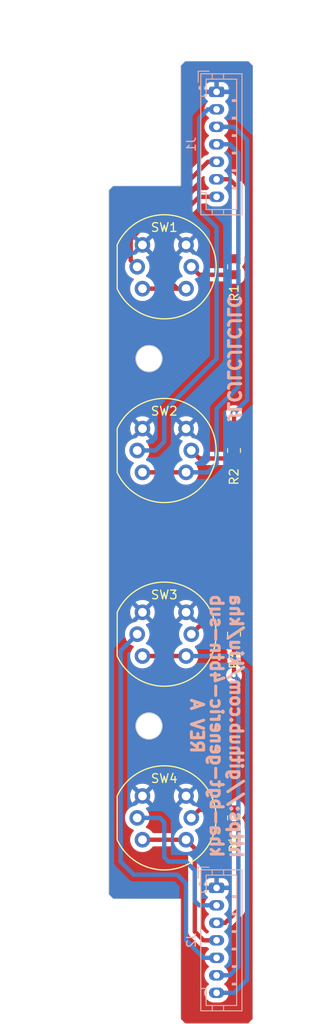
<source format=kicad_pcb>
(kicad_pcb (version 20221018) (generator pcbnew)
  (layers (0 "F.Cu" signal) (31 "B.Cu" signal) (34 "B.Paste" user) (35 "F.Paste" user) (36 "B.SilkS" user "B.Silkscreen") (37 "F.SilkS" user "F.Silkscreen") (38 "B.Mask" user) (39 "F.Mask" user) (44 "Edge.Cuts" user))
  (net 0 "")
  (net 1 "GND")
  (net 2 "Net-(R1-Pad2)")
  (net 3 "Net-(R2-Pad2)")
  (net 4 "Net-(R3-Pad2)")
  (net 5 "Net-(R4-Pad2)")
  (net 6 "Net-(J1-Pin_2)")
  (net 7 "Net-(J1-Pin_3)")
  (net 8 "Net-(J1-Pin_4)")
  (net 9 "Net-(J1-Pin_5)")
  (net 10 "Net-(J1-Pin_6)")
  (net 11 "Net-(J2-Pin_2)")
  (net 12 "Net-(J2-Pin_3)")
  (net 13 "Net-(J2-Pin_4)")
  (net 14 "Net-(J2-Pin_5)")
  (net 15 "Net-(J2-Pin_6)")
  (net 16 "Net-(J1-Pin_7)")
  (net 17 "Net-(J2-Pin_7)")
  (footprint "Resistor_SMD:R_0805_2012Metric" (layer "F.Cu") (at 82.99997 50 -90)
    (fp_text reference "R1" (at 3 0 90) (layer "F.SilkS"))
    (fp_text value "R")
    (fp_line (start -0.227064 -0.735) (end 0.227064 -0.735) (stroke (width 0.12)) (layer "F.SilkS"))
    (fp_line (start -0.227064 0.735) (end 0.227064 0.735) (stroke (width 0.12)) (layer "F.SilkS"))
    (pad "1" smd roundrect (at -0.9125 0 270) (size 1.025 1.4) (layers "F.Cu" "F.Paste" "F.Mask") (roundrect_rratio 0.243902439) (net 10 "Net-(J1-Pin_6)"))
    (pad "2" smd roundrect (at 0.9125 0 270) (size 1.025 1.4) (layers "F.Cu" "F.Paste" "F.Mask") (roundrect_rratio 0.243902439) (net 2 "Net-(R1-Pad2)"))
  )
  (footprint "Resistor_SMD:R_0805_2012Metric" (layer "F.Cu") (at 83 71 -90)
    (fp_text reference "R2" (at 3 0 90) (layer "F.SilkS"))
    (fp_text value "R")
    (fp_line (start -0.227064 -0.735) (end 0.227064 -0.735) (stroke (width 0.12)) (layer "F.SilkS"))
    (fp_line (start -0.227064 0.735) (end 0.227064 0.735) (stroke (width 0.12)) (layer "F.SilkS"))
    (pad "1" smd roundrect (at -0.9125 0 270) (size 1.025 1.4) (layers "F.Cu" "F.Paste" "F.Mask") (roundrect_rratio 0.243902439) (net 7 "Net-(J1-Pin_3)"))
    (pad "2" smd roundrect (at 0.9125 0 270) (size 1.025 1.4) (layers "F.Cu" "F.Paste" "F.Mask") (roundrect_rratio 0.243902439) (net 3 "Net-(R2-Pad2)"))
  )
  (footprint "Resistor_SMD:R_0805_2012Metric" (layer "F.Cu") (at 83 92 90)
    (fp_text reference "R3" (at -3 0 90) (layer "F.SilkS"))
    (fp_text value "R")
    (fp_line (start -0.227064 -0.735) (end 0.227064 -0.735) (stroke (width 0.12)) (layer "F.SilkS"))
    (fp_line (start -0.227064 0.735) (end 0.227064 0.735) (stroke (width 0.12)) (layer "F.SilkS"))
    (pad "1" smd roundrect (at -0.9125 0 90) (size 1.025 1.4) (layers "F.Cu" "F.Paste" "F.Mask") (roundrect_rratio 0.243902439) (net 15 "Net-(J2-Pin_6)"))
    (pad "2" smd roundrect (at 0.9125 0 90) (size 1.025 1.4) (layers "F.Cu" "F.Paste" "F.Mask") (roundrect_rratio 0.243902439) (net 4 "Net-(R3-Pad2)"))
  )
  (footprint "kiu-footprints:KS01-BL" (layer "F.Cu") (at 74.99997 71 180)
    (fp_text reference "SW2" (at 0 4.5 180) (layer "F.SilkS"))
    (fp_text value "KS01-BL")
    (fp_line (start 5.4 2.5) (end 5.4 -2.5) (stroke (width 0.15)) (layer "F.SilkS"))
    (fp_arc (start 5.399999 2.5) (mid -5.950629 0) (end 5.399999 -2.499999) (stroke (width 0.15)) (layer "F.SilkS"))
    (pad "1" thru_hole circle (at -2.5 -2.5 180) (size 1.8 1.8) (drill 1) (layers "*.Cu" "*.Mask") (net 8 "Net-(J1-Pin_4)"))
    (pad "1" thru_hole circle (at 2.5 -2.5 180) (size 1.8 1.8) (drill 1) (layers "*.Cu" "*.Mask") (net 8 "Net-(J1-Pin_4)"))
    (pad "2" thru_hole circle (at -2.5 2.5 180) (size 1.8 1.8) (drill 1) (layers "*.Cu" "*.Mask") (net 1 "GND"))
    (pad "2" thru_hole circle (at 2.5 2.5 180) (size 1.8 1.8) (drill 1) (layers "*.Cu" "*.Mask") (net 1 "GND"))
    (pad "5" thru_hole circle (at -3.1 0 180) (size 1.8 1.8) (drill 1) (layers "*.Cu" "*.Mask") (net 3 "Net-(R2-Pad2)"))
    (pad "6" thru_hole circle (at 3.1 0 180) (size 1.8 1.8) (drill 1) (layers "*.Cu" "*.Mask") (net 6 "Net-(J1-Pin_2)"))
  )
  (footprint "kiu-footprints:KS01-BL" (layer "F.Cu") (at 75 50 180)
    (fp_text reference "SW1" (at 0 4.5 180) (layer "F.SilkS"))
    (fp_text value "KS01-BL")
    (fp_line (start 5.4 2.5) (end 5.4 -2.5) (stroke (width 0.15)) (layer "F.SilkS"))
    (fp_arc (start 5.399999 2.5) (mid -5.950629 0) (end 5.399999 -2.499999) (stroke (width 0.15)) (layer "F.SilkS"))
    (pad "1" thru_hole circle (at -2.5 -2.5 180) (size 1.8 1.8) (drill 1) (layers "*.Cu" "*.Mask") (net 16 "Net-(J1-Pin_7)"))
    (pad "1" thru_hole circle (at 2.5 -2.5 180) (size 1.8 1.8) (drill 1) (layers "*.Cu" "*.Mask") (net 16 "Net-(J1-Pin_7)"))
    (pad "2" thru_hole circle (at -2.5 2.5 180) (size 1.8 1.8) (drill 1) (layers "*.Cu" "*.Mask") (net 1 "GND"))
    (pad "2" thru_hole circle (at 2.5 2.5 180) (size 1.8 1.8) (drill 1) (layers "*.Cu" "*.Mask") (net 1 "GND"))
    (pad "5" thru_hole circle (at -3.1 0 180) (size 1.8 1.8) (drill 1) (layers "*.Cu" "*.Mask") (net 2 "Net-(R1-Pad2)"))
    (pad "6" thru_hole circle (at 3.1 0 180) (size 1.8 1.8) (drill 1) (layers "*.Cu" "*.Mask") (net 9 "Net-(J1-Pin_5)"))
  )
  (footprint "kiu-footprints:KS01-BL" (layer "F.Cu") (at 74.99997 92 180)
    (fp_text reference "SW3" (at 0 4.5 180) (layer "F.SilkS"))
    (fp_text value "KS01-BL")
    (fp_line (start 5.4 2.5) (end 5.4 -2.5) (stroke (width 0.15)) (layer "F.SilkS"))
    (fp_arc (start 5.399999 2.5) (mid -5.950629 0) (end 5.399999 -2.499999) (stroke (width 0.15)) (layer "F.SilkS"))
    (pad "1" thru_hole circle (at -2.5 -2.5 180) (size 1.8 1.8) (drill 1) (layers "*.Cu" "*.Mask") (net 17 "Net-(J2-Pin_7)"))
    (pad "1" thru_hole circle (at 2.5 -2.5 180) (size 1.8 1.8) (drill 1) (layers "*.Cu" "*.Mask") (net 17 "Net-(J2-Pin_7)"))
    (pad "2" thru_hole circle (at -2.5 2.5 180) (size 1.8 1.8) (drill 1) (layers "*.Cu" "*.Mask") (net 1 "GND"))
    (pad "2" thru_hole circle (at 2.5 2.5 180) (size 1.8 1.8) (drill 1) (layers "*.Cu" "*.Mask") (net 1 "GND"))
    (pad "5" thru_hole circle (at -3.1 0 180) (size 1.8 1.8) (drill 1) (layers "*.Cu" "*.Mask") (net 4 "Net-(R3-Pad2)"))
    (pad "6" thru_hole circle (at 3.1 0 180) (size 1.8 1.8) (drill 1) (layers "*.Cu" "*.Mask") (net 14 "Net-(J2-Pin_5)"))
  )
  (footprint "Resistor_SMD:R_0805_2012Metric" (layer "F.Cu") (at 83 113 90)
    (fp_text reference "R4" (at -3 0 90) (layer "F.SilkS"))
    (fp_text value "R")
    (fp_line (start -0.227064 -0.735) (end 0.227064 -0.735) (stroke (width 0.12)) (layer "F.SilkS"))
    (fp_line (start -0.227064 0.735) (end 0.227064 0.735) (stroke (width 0.12)) (layer "F.SilkS"))
    (pad "1" smd roundrect (at -0.9125 0 90) (size 1.025 1.4) (layers "F.Cu" "F.Paste" "F.Mask") (roundrect_rratio 0.243902439) (net 12 "Net-(J2-Pin_3)"))
    (pad "2" smd roundrect (at 0.9125 0 90) (size 1.025 1.4) (layers "F.Cu" "F.Paste" "F.Mask") (roundrect_rratio 0.243902439) (net 5 "Net-(R4-Pad2)"))
  )
  (footprint "kiu-footprints:KS01-BL" (layer "F.Cu") (at 74.99997 113 180)
    (fp_text reference "SW4" (at 0 4.5 180) (layer "F.SilkS"))
    (fp_text value "KS01-BL")
    (fp_line (start 5.4 2.5) (end 5.4 -2.5) (stroke (width 0.15)) (layer "F.SilkS"))
    (fp_arc (start 5.399999 2.5) (mid -5.950629 0) (end 5.399999 -2.499999) (stroke (width 0.15)) (layer "F.SilkS"))
    (pad "1" thru_hole circle (at -2.5 -2.5 180) (size 1.8 1.8) (drill 1) (layers "*.Cu" "*.Mask") (net 13 "Net-(J2-Pin_4)"))
    (pad "1" thru_hole circle (at 2.5 -2.5 180) (size 1.8 1.8) (drill 1) (layers "*.Cu" "*.Mask") (net 13 "Net-(J2-Pin_4)"))
    (pad "2" thru_hole circle (at -2.5 2.5 180) (size 1.8 1.8) (drill 1) (layers "*.Cu" "*.Mask") (net 1 "GND"))
    (pad "2" thru_hole circle (at 2.5 2.5 180) (size 1.8 1.8) (drill 1) (layers "*.Cu" "*.Mask") (net 1 "GND"))
    (pad "5" thru_hole circle (at -3.1 0 180) (size 1.8 1.8) (drill 1) (layers "*.Cu" "*.Mask") (net 5 "Net-(R4-Pad2)"))
    (pad "6" thru_hole circle (at 3.1 0 180) (size 1.8 1.8) (drill 1) (layers "*.Cu" "*.Mask") (net 11 "Net-(J2-Pin_2)"))
  )
  (footprint "Connector_JST:JST_PH_B7B-PH-K_1x07_P2.00mm_Vertical" (layer "B.Cu") (at 81 121 -90)
    (fp_text reference "J2" (at 6 2.9 -270) (layer "B.SilkS") (effects (justify mirror)))
    (fp_text value "Conn_01x07")
    (fp_line (start -2.36 2.11) (end -2.36 0.86) (stroke (width 0.12)) (layer "B.SilkS"))
    (fp_line (start -2.06 -2.91) (end 14.06 -2.91) (stroke (width 0.12)) (layer "B.SilkS"))
    (fp_line (start -2.06 -0.8) (end -1.45 -0.8) (stroke (width 0.12)) (layer "B.SilkS"))
    (fp_line (start -2.06 0.5) (end -1.45 0.5) (stroke (width 0.12)) (layer "B.SilkS"))
    (fp_line (start -2.06 1.81) (end -2.06 -2.91) (stroke (width 0.12)) (layer "B.SilkS"))
    (fp_line (start -1.45 -2.3) (end 13.45 -2.3) (stroke (width 0.12)) (layer "B.SilkS"))
    (fp_line (start -1.45 1.2) (end -1.45 -2.3) (stroke (width 0.12)) (layer "B.SilkS"))
    (fp_line (start -1.11 2.11) (end -2.36 2.11) (stroke (width 0.12)) (layer "B.SilkS"))
    (fp_line (start -0.6 2.01) (end -0.6 1.81) (stroke (width 0.12)) (layer "B.SilkS"))
    (fp_line (start -0.3 1.81) (end -0.3 2.01) (stroke (width 0.12)) (layer "B.SilkS"))
    (fp_line (start -0.3 1.91) (end -0.6 1.91) (stroke (width 0.12)) (layer "B.SilkS"))
    (fp_line (start -0.3 2.01) (end -0.6 2.01) (stroke (width 0.12)) (layer "B.SilkS"))
    (fp_line (start 0.5 1.2) (end -1.45 1.2) (stroke (width 0.12)) (layer "B.SilkS"))
    (fp_line (start 0.5 1.81) (end 0.5 1.2) (stroke (width 0.12)) (layer "B.SilkS"))
    (fp_line (start 0.9 -2.3) (end 0.9 -1.8) (stroke (width 0.12)) (layer "B.SilkS"))
    (fp_line (start 0.9 -1.8) (end 1.1 -1.8) (stroke (width 0.12)) (layer "B.SilkS"))
    (fp_line (start 1 -2.3) (end 1 -1.8) (stroke (width 0.12)) (layer "B.SilkS"))
    (fp_line (start 1.1 -1.8) (end 1.1 -2.3) (stroke (width 0.12)) (layer "B.SilkS"))
    (fp_line (start 2.9 -2.3) (end 2.9 -1.8) (stroke (width 0.12)) (layer "B.SilkS"))
    (fp_line (start 2.9 -1.8) (end 3.1 -1.8) (stroke (width 0.12)) (layer "B.SilkS"))
    (fp_line (start 3 -2.3) (end 3 -1.8) (stroke (width 0.12)) (layer "B.SilkS"))
    (fp_line (start 3.1 -1.8) (end 3.1 -2.3) (stroke (width 0.12)) (layer "B.SilkS"))
    (fp_line (start 4.9 -2.3) (end 4.9 -1.8) (stroke (width 0.12)) (layer "B.SilkS"))
    (fp_line (start 4.9 -1.8) (end 5.1 -1.8) (stroke (width 0.12)) (layer "B.SilkS"))
    (fp_line (start 5 -2.3) (end 5 -1.8) (stroke (width 0.12)) (layer "B.SilkS"))
    (fp_line (start 5.1 -1.8) (end 5.1 -2.3) (stroke (width 0.12)) (layer "B.SilkS"))
    (fp_line (start 6.9 -2.3) (end 6.9 -1.8) (stroke (width 0.12)) (layer "B.SilkS"))
    (fp_line (start 6.9 -1.8) (end 7.1 -1.8) (stroke (width 0.12)) (layer "B.SilkS"))
    (fp_line (start 7 -2.3) (end 7 -1.8) (stroke (width 0.12)) (layer "B.SilkS"))
    (fp_line (start 7.1 -1.8) (end 7.1 -2.3) (stroke (width 0.12)) (layer "B.SilkS"))
    (fp_line (start 8.9 -2.3) (end 8.9 -1.8) (stroke (width 0.12)) (layer "B.SilkS"))
    (fp_line (start 8.9 -1.8) (end 9.1 -1.8) (stroke (width 0.12)) (layer "B.SilkS"))
    (fp_line (start 9 -2.3) (end 9 -1.8) (stroke (width 0.12)) (layer "B.SilkS"))
    (fp_line (start 9.1 -1.8) (end 9.1 -2.3) (stroke (width 0.12)) (layer "B.SilkS"))
    (fp_line (start 10.9 -2.3) (end 10.9 -1.8) (stroke (width 0.12)) (layer "B.SilkS"))
    (fp_line (start 10.9 -1.8) (end 11.1 -1.8) (stroke (width 0.12)) (layer "B.SilkS"))
    (fp_line (start 11 -2.3) (end 11 -1.8) (stroke (width 0.12)) (layer "B.SilkS"))
    (fp_line (start 11.1 -1.8) (end 11.1 -2.3) (stroke (width 0.12)) (layer "B.SilkS"))
    (fp_line (start 11.5 1.2) (end 11.5 1.81) (stroke (width 0.12)) (layer "B.SilkS"))
    (fp_line (start 13.45 -2.3) (end 13.45 1.2) (stroke (width 0.12)) (layer "B.SilkS"))
    (fp_line (start 13.45 1.2) (end 11.5 1.2) (stroke (width 0.12)) (layer "B.SilkS"))
    (fp_line (start 14.06 -2.91) (end 14.06 1.81) (stroke (width 0.12)) (layer "B.SilkS"))
    (fp_line (start 14.06 -0.8) (end 13.45 -0.8) (stroke (width 0.12)) (layer "B.SilkS"))
    (fp_line (start 14.06 0.5) (end 13.45 0.5) (stroke (width 0.12)) (layer "B.SilkS"))
    (fp_line (start 14.06 1.81) (end -2.06 1.81) (stroke (width 0.12)) (layer "B.SilkS"))
    (pad "1" thru_hole roundrect (at 0 0 270) (size 1.2 1.75) (drill 0.75) (layers "*.Cu" "*.Mask") (roundrect_rratio 0.2083333333) (net 1 "GND"))
    (pad "2" thru_hole oval (at 2 0 270) (size 1.2 1.75) (drill 0.75) (layers "*.Cu" "*.Mask") (net 11 "Net-(J2-Pin_2)"))
    (pad "3" thru_hole oval (at 4 0 270) (size 1.2 1.75) (drill 0.75) (layers "*.Cu" "*.Mask") (net 12 "Net-(J2-Pin_3)"))
    (pad "4" thru_hole oval (at 6 0 270) (size 1.2 1.75) (drill 0.75) (layers "*.Cu" "*.Mask") (net 13 "Net-(J2-Pin_4)"))
    (pad "5" thru_hole oval (at 8 0 270) (size 1.2 1.75) (drill 0.75) (layers "*.Cu" "*.Mask") (net 14 "Net-(J2-Pin_5)"))
    (pad "6" thru_hole oval (at 10 0 270) (size 1.2 1.75) (drill 0.75) (layers "*.Cu" "*.Mask") (net 15 "Net-(J2-Pin_6)"))
    (pad "7" thru_hole oval (at 12 0 270) (size 1.2 1.75) (drill 0.75) (layers "*.Cu" "*.Mask") (net 17 "Net-(J2-Pin_7)"))
  )
  (footprint "Connector_JST:JST_PH_B7B-PH-K_1x07_P2.00mm_Vertical" (layer "B.Cu") (at 81 30 -90)
    (fp_text reference "J1" (at 6 2.9 -270) (layer "B.SilkS") (effects (justify mirror)))
    (fp_text value "Conn_01x07")
    (fp_line (start -2.36 2.11) (end -2.36 0.86) (stroke (width 0.12)) (layer "B.SilkS"))
    (fp_line (start -2.06 -2.91) (end 14.06 -2.91) (stroke (width 0.12)) (layer "B.SilkS"))
    (fp_line (start -2.06 -0.8) (end -1.45 -0.8) (stroke (width 0.12)) (layer "B.SilkS"))
    (fp_line (start -2.06 0.5) (end -1.45 0.5) (stroke (width 0.12)) (layer "B.SilkS"))
    (fp_line (start -2.06 1.81) (end -2.06 -2.91) (stroke (width 0.12)) (layer "B.SilkS"))
    (fp_line (start -1.45 -2.3) (end 13.45 -2.3) (stroke (width 0.12)) (layer "B.SilkS"))
    (fp_line (start -1.45 1.2) (end -1.45 -2.3) (stroke (width 0.12)) (layer "B.SilkS"))
    (fp_line (start -1.11 2.11) (end -2.36 2.11) (stroke (width 0.12)) (layer "B.SilkS"))
    (fp_line (start -0.6 2.01) (end -0.6 1.81) (stroke (width 0.12)) (layer "B.SilkS"))
    (fp_line (start -0.3 1.81) (end -0.3 2.01) (stroke (width 0.12)) (layer "B.SilkS"))
    (fp_line (start -0.3 1.91) (end -0.6 1.91) (stroke (width 0.12)) (layer "B.SilkS"))
    (fp_line (start -0.3 2.01) (end -0.6 2.01) (stroke (width 0.12)) (layer "B.SilkS"))
    (fp_line (start 0.5 1.2) (end -1.45 1.2) (stroke (width 0.12)) (layer "B.SilkS"))
    (fp_line (start 0.5 1.81) (end 0.5 1.2) (stroke (width 0.12)) (layer "B.SilkS"))
    (fp_line (start 0.9 -2.3) (end 0.9 -1.8) (stroke (width 0.12)) (layer "B.SilkS"))
    (fp_line (start 0.9 -1.8) (end 1.1 -1.8) (stroke (width 0.12)) (layer "B.SilkS"))
    (fp_line (start 1 -2.3) (end 1 -1.8) (stroke (width 0.12)) (layer "B.SilkS"))
    (fp_line (start 1.1 -1.8) (end 1.1 -2.3) (stroke (width 0.12)) (layer "B.SilkS"))
    (fp_line (start 2.9 -2.3) (end 2.9 -1.8) (stroke (width 0.12)) (layer "B.SilkS"))
    (fp_line (start 2.9 -1.8) (end 3.1 -1.8) (stroke (width 0.12)) (layer "B.SilkS"))
    (fp_line (start 3 -2.3) (end 3 -1.8) (stroke (width 0.12)) (layer "B.SilkS"))
    (fp_line (start 3.1 -1.8) (end 3.1 -2.3) (stroke (width 0.12)) (layer "B.SilkS"))
    (fp_line (start 4.9 -2.3) (end 4.9 -1.8) (stroke (width 0.12)) (layer "B.SilkS"))
    (fp_line (start 4.9 -1.8) (end 5.1 -1.8) (stroke (width 0.12)) (layer "B.SilkS"))
    (fp_line (start 5 -2.3) (end 5 -1.8) (stroke (width 0.12)) (layer "B.SilkS"))
    (fp_line (start 5.1 -1.8) (end 5.1 -2.3) (stroke (width 0.12)) (layer "B.SilkS"))
    (fp_line (start 6.9 -2.3) (end 6.9 -1.8) (stroke (width 0.12)) (layer "B.SilkS"))
    (fp_line (start 6.9 -1.8) (end 7.1 -1.8) (stroke (width 0.12)) (layer "B.SilkS"))
    (fp_line (start 7 -2.3) (end 7 -1.8) (stroke (width 0.12)) (layer "B.SilkS"))
    (fp_line (start 7.1 -1.8) (end 7.1 -2.3) (stroke (width 0.12)) (layer "B.SilkS"))
    (fp_line (start 8.9 -2.3) (end 8.9 -1.8) (stroke (width 0.12)) (layer "B.SilkS"))
    (fp_line (start 8.9 -1.8) (end 9.1 -1.8) (stroke (width 0.12)) (layer "B.SilkS"))
    (fp_line (start 9 -2.3) (end 9 -1.8) (stroke (width 0.12)) (layer "B.SilkS"))
    (fp_line (start 9.1 -1.8) (end 9.1 -2.3) (stroke (width 0.12)) (layer "B.SilkS"))
    (fp_line (start 10.9 -2.3) (end 10.9 -1.8) (stroke (width 0.12)) (layer "B.SilkS"))
    (fp_line (start 10.9 -1.8) (end 11.1 -1.8) (stroke (width 0.12)) (layer "B.SilkS"))
    (fp_line (start 11 -2.3) (end 11 -1.8) (stroke (width 0.12)) (layer "B.SilkS"))
    (fp_line (start 11.1 -1.8) (end 11.1 -2.3) (stroke (width 0.12)) (layer "B.SilkS"))
    (fp_line (start 11.5 1.2) (end 11.5 1.81) (stroke (width 0.12)) (layer "B.SilkS"))
    (fp_line (start 13.45 -2.3) (end 13.45 1.2) (stroke (width 0.12)) (layer "B.SilkS"))
    (fp_line (start 13.45 1.2) (end 11.5 1.2) (stroke (width 0.12)) (layer "B.SilkS"))
    (fp_line (start 14.06 -2.91) (end 14.06 1.81) (stroke (width 0.12)) (layer "B.SilkS"))
    (fp_line (start 14.06 -0.8) (end 13.45 -0.8) (stroke (width 0.12)) (layer "B.SilkS"))
    (fp_line (start 14.06 0.5) (end 13.45 0.5) (stroke (width 0.12)) (layer "B.SilkS"))
    (fp_line (start 14.06 1.81) (end -2.06 1.81) (stroke (width 0.12)) (layer "B.SilkS"))
    (pad "1" thru_hole roundrect (at 0 0 270) (size 1.2 1.75) (drill 0.75) (layers "*.Cu" "*.Mask") (roundrect_rratio 0.2083333333) (net 1 "GND"))
    (pad "2" thru_hole oval (at 2 0 270) (size 1.2 1.75) (drill 0.75) (layers "*.Cu" "*.Mask") (net 6 "Net-(J1-Pin_2)"))
    (pad "3" thru_hole oval (at 4 0 270) (size 1.2 1.75) (drill 0.75) (layers "*.Cu" "*.Mask") (net 7 "Net-(J1-Pin_3)"))
    (pad "4" thru_hole oval (at 6 0 270) (size 1.2 1.75) (drill 0.75) (layers "*.Cu" "*.Mask") (net 8 "Net-(J1-Pin_4)"))
    (pad "5" thru_hole oval (at 8 0 270) (size 1.2 1.75) (drill 0.75) (layers "*.Cu" "*.Mask") (net 9 "Net-(J1-Pin_5)"))
    (pad "6" thru_hole oval (at 10 0 270) (size 1.2 1.75) (drill 0.75) (layers "*.Cu" "*.Mask") (net 10 "Net-(J1-Pin_6)"))
    (pad "7" thru_hole oval (at 12 0 270) (size 1.2 1.75) (drill 0.75) (layers "*.Cu" "*.Mask") (net 16 "Net-(J1-Pin_7)"))
  )
  (gr_line (start 76.88997 40.750002) (end 76.88997 27.000002) (stroke (width 0.05)) (layer "Edge.Cuts"))
  (gr_line (start 85.15997 27.000002) (end 85.13997 136.000002) (stroke (width 0.05)) (layer "Edge.Cuts"))
  (gr_line (start 76.88997 136.000002) (end 76.88997 122.250002) (stroke (width 0.05)) (layer "Edge.Cuts"))
  (gr_circle (center 73.25 102.5) (end 74.75 102.5) (stroke (width 0.1)) (fill none) (layer "Edge.Cuts"))
  (gr_line (start 68.63997 121.750002) (end 68.63997 41.250002) (stroke (width 0.05)) (layer "Edge.Cuts"))
  (gr_line (start 76.88997 136.000002) (end 77.38997 136.500002) (stroke (width 0.05)) (layer "Edge.Cuts"))
  (gr_line (start 84.63997 136.500002) (end 77.38997 136.500002) (stroke (width 0.05)) (layer "Edge.Cuts"))
  (gr_line (start 68.63997 41.250002) (end 69.13997 40.750002) (stroke (width 0.05)) (layer "Edge.Cuts"))
  (gr_line (start 69.13997 40.750002) (end 76.88997 40.750002) (stroke (width 0.05)) (layer "Edge.Cuts"))
  (gr_line (start 68.63997 121.750002) (end 69.13997 122.250002) (stroke (width 0.05)) (layer "Edge.Cuts"))
  (gr_line (start 84.63997 136.500002) (end 85.13997 136.000002) (stroke (width 0.05)) (layer "Edge.Cuts"))
  (gr_line (start 76.88997 27.000002) (end 77.38997 26.500002) (stroke (width 0.05)) (layer "Edge.Cuts"))
  (gr_circle (center 73.25 60.5) (end 74.75 60.5) (stroke (width 0.1)) (fill none) (layer "Edge.Cuts"))
  (gr_line (start 77.38997 26.500002) (end 84.65997 26.500002) (stroke (width 0.05)) (layer "Edge.Cuts"))
  (gr_line (start 84.65997 26.500002) (end 85.15997 27.000002) (stroke (width 0.05)) (layer "Edge.Cuts"))
  (gr_line (start 76.88997 122.250002) (end 69.13997 122.250002) (stroke (width 0.05)) (layer "Edge.Cuts"))
  (gr_text "https://github.com/kiu/kha\nkha-bgt-generic-4btn-sub\nREV A" (at 81 102.5 270) (layer "B.SilkS") (effects (font (size 1.4 1.4) (thickness 0.35) bold) (justify mirror)))
  (gr_text "JLCJLCJLCJLC" (at 83 60.5 270) (layer "B.SilkS") (effects (font (size 1.4 1.4) (thickness 0.35) bold) (justify mirror)))
  (segment (start 79.0125 50.9125) (end 78.1 50) (width 0.5) (layer "F.Cu") (net 2))
  (segment (start 82.99997 50.9125) (end 79.0125 50.9125) (width 0.5) (layer "F.Cu") (net 2))
  (segment (start 79.01247 71.9125) (end 78.09997 71) (width 0.5) (layer "F.Cu") (net 3))
  (segment (start 83 71.9125) (end 79.01247 71.9125) (width 0.5) (layer "F.Cu") (net 3))
  (segment (start 83 91.0875) (end 79.01247 91.0875) (width 0.5) (layer "F.Cu") (net 4))
  (segment (start 79.01247 91.0875) (end 78.09997 92) (width 0.5) (layer "F.Cu") (net 4))
  (segment (start 83 112.0875) (end 79.01247 112.0875) (width 0.5) (layer "F.Cu") (net 5))
  (segment (start 79.01247 112.0875) (end 78.09997 113) (width 0.5) (layer "F.Cu") (net 5))
  (segment (start 81 45.5) (end 81 60.5) (width 0.5) (layer "B.Cu") (net 6))
  (segment (start 80 32) (end 81 32) (width 0.5) (layer "B.Cu") (net 6))
  (segment (start 75 66.5) (end 75 70) (width 0.5) (layer "B.Cu") (net 6))
  (segment (start 79 33) (end 79 43.5) (width 0.5) (layer "B.Cu") (net 6))
  (segment (start 79 43.5) (end 81 45.5) (width 0.5) (layer "B.Cu") (net 6))
  (segment (start 81 60.5) (end 75 66.5) (width 0.5) (layer "B.Cu") (net 6))
  (segment (start 75 70) (end 74 71) (width 0.5) (layer "B.Cu") (net 6))
  (segment (start 79 33) (end 80 32) (width 0.5) (layer "B.Cu") (net 6))
  (segment (start 74 71) (end 71.89997 71) (width 0.5) (layer "B.Cu") (net 6))
  (segment (start 82.99997 66.730002) (end 82.99997 70.08747) (width 0.5) (layer "F.Cu") (net 7))
  (segment (start 82.99997 70.08747) (end 83 70.0875) (width 0.5) (layer "F.Cu") (net 7))
  (via (at 82.99997 66.730002) (size 0.8) (drill 0.4) (layers "F.Cu" "B.Cu") (net 7))
  (segment (start 81 34) (end 83 34) (width 0.5) (layer "B.Cu") (net 7))
  (segment (start 83 34) (end 84.5 35.5) (width 0.5) (layer "B.Cu") (net 7))
  (segment (start 84.5 35.5) (end 84.5 65.229972) (width 0.5) (layer "B.Cu") (net 7))
  (segment (start 84.5 65.229972) (end 82.99997 66.730002) (width 0.5) (layer "B.Cu") (net 7))
  (segment (start 72.49997 73.5) (end 77.49997 73.5) (width 0.5) (layer "F.Cu") (net 8))
  (segment (start 77.49997 73.5) (end 80 73.5) (width 0.5) (layer "B.Cu") (net 8))
  (segment (start 80.99997 66.230002) (end 80.99997 71.230002) (width 0.5) (layer "B.Cu") (net 8))
  (segment (start 82.5 36) (end 83.5 37) (width 0.5) (layer "B.Cu") (net 8))
  (segment (start 81 36) (end 82.5 36) (width 0.5) (layer "B.Cu") (net 8))
  (segment (start 83.5 37) (end 83.5 63.729972) (width 0.5) (layer "B.Cu") (net 8))
  (segment (start 83.5 63.729972) (end 80.99997 66.230002) (width 0.5) (layer "B.Cu") (net 8))
  (segment (start 80.99997 72.50003) (end 80.99997 71.230002) (width 0.5) (layer "B.Cu") (net 8))
  (segment (start 80 73.5) (end 80.99997 72.50003) (width 0.5) (layer "B.Cu") (net 8))
  (segment (start 71.15 49.25) (end 71.15 46.85) (width 0.5) (layer "F.Cu") (net 9))
  (segment (start 71.15 46.85) (end 80 38) (width 0.5) (layer "F.Cu") (net 9))
  (segment (start 80 38) (end 81 38) (width 0.5) (layer "F.Cu") (net 9))
  (segment (start 71.9 50) (end 71.15 49.25) (width 0.5) (layer "F.Cu") (net 9))
  (segment (start 83.5 41) (end 82.5 40) (width 0.5) (layer "F.Cu") (net 10))
  (segment (start 83.5 48.58747) (end 83.5 41) (width 0.5) (layer "F.Cu") (net 10))
  (segment (start 82.99997 49.0875) (end 83.5 48.58747) (width 0.5) (layer "F.Cu") (net 10))
  (segment (start 82.5 40) (end 81 40) (width 0.5) (layer "F.Cu") (net 10))
  (segment (start 74.5 113) (end 71.89997 113) (width 0.5) (layer "B.Cu") (net 11))
  (segment (start 75.5 118) (end 75 117.5) (width 0.5) (layer "B.Cu") (net 11))
  (segment (start 78.5 122.5) (end 78.5 119) (width 0.5) (layer "B.Cu") (net 11))
  (segment (start 77.5 118) (end 75.5 118) (width 0.5) (layer "B.Cu") (net 11))
  (segment (start 75 113.5) (end 74.5 113) (width 0.5) (layer "B.Cu") (net 11))
  (segment (start 81 123) (end 79 123) (width 0.5) (layer "B.Cu") (net 11))
  (segment (start 77.5 118) (end 78.5 119) (width 0.5) (layer "B.Cu") (net 11))
  (segment (start 75 117.5) (end 75 113.5) (width 0.5) (layer "B.Cu") (net 11))
  (segment (start 79 123) (end 78.5 122.5) (width 0.5) (layer "B.Cu") (net 11))
  (segment (start 81 125) (end 82 125) (width 0.5) (layer "F.Cu") (net 12))
  (segment (start 83.5 123.5) (end 83.5 114.4125) (width 0.5) (layer "F.Cu") (net 12))
  (segment (start 83.5 114.4125) (end 83 113.9125) (width 0.5) (layer "F.Cu") (net 12))
  (segment (start 82 125) (end 83.5 123.5) (width 0.5) (layer "F.Cu") (net 12))
  (segment (start 81 127) (end 79.49997 127) (width 0.5) (layer "F.Cu") (net 13))
  (segment (start 72.49997 115.5) (end 77.49997 115.5) (width 0.5) (layer "F.Cu") (net 13))
  (segment (start 78.49997 116.5) (end 78.49997 119.730002) (width 0.5) (layer "F.Cu") (net 13))
  (segment (start 77.49997 115.5) (end 78.49997 116.5) (width 0.5) (layer "F.Cu") (net 13))
  (segment (start 79.49997 127) (end 78.49997 126) (width 0.5) (layer "F.Cu") (net 13))
  (segment (start 78.49997 126) (end 78.49997 119.730002) (width 0.5) (layer "F.Cu") (net 13))
  (segment (start 77.5 120.5) (end 76.5 119.5) (width 0.5) (layer "B.Cu") (net 14))
  (segment (start 77.5 127) (end 77.5 120.5) (width 0.5) (layer "B.Cu") (net 14))
  (segment (start 81 129) (end 79.5 129) (width 0.5) (layer "B.Cu") (net 14))
  (segment (start 71.5 119.5) (end 70 118) (width 0.5) (layer "B.Cu") (net 14))
  (segment (start 76.5 119.5) (end 71.5 119.5) (width 0.5) (layer "B.Cu") (net 14))
  (segment (start 70 118) (end 70 93.89997) (width 0.5) (layer "B.Cu") (net 14))
  (segment (start 79.5 129) (end 77.5 127) (width 0.5) (layer "B.Cu") (net 14))
  (segment (start 70 93.89997) (end 71.89997 92) (width 0.5) (layer "B.Cu") (net 14))
  (segment (start 82.99997 92.91253) (end 83 92.9125) (width 0.5) (layer "F.Cu") (net 15))
  (segment (start 82.99997 96.730002) (end 82.99997 92.91253) (width 0.5) (layer "F.Cu") (net 15))
  (via (at 82.99997 96.730002) (size 0.8) (drill 0.4) (layers "F.Cu" "B.Cu") (net 15))
  (segment (start 82.99997 96.730002) (end 83.5 97.230032) (width 0.5) (layer "B.Cu") (net 15))
  (segment (start 81 131) (end 82.5 131) (width 0.5) (layer "B.Cu") (net 15))
  (segment (start 82.5 131) (end 83.5 130) (width 0.5) (layer "B.Cu") (net 15))
  (segment (start 83.5 97.230032) (end 83.5 130) (width 0.5) (layer "B.Cu") (net 15))
  (segment (start 76.5 52.5) (end 77.5 52.5) (width 0.5) (layer "F.Cu") (net 16))
  (segment (start 75.5 51.5) (end 76.5 52.5) (width 0.5) (layer "F.Cu") (net 16))
  (segment (start 72.5 52.5) (end 76.5 52.5) (width 0.5) (layer "F.Cu") (net 16))
  (segment (start 81 42) (end 78.99997 42) (width 0.5) (layer "F.Cu") (net 16))
  (segment (start 78.99997 42) (end 75.49997 45.5) (width 0.5) (layer "F.Cu") (net 16))
  (segment (start 75.5 47.230032) (end 75.5 51.5) (width 0.5) (layer "F.Cu") (net 16))
  (segment (start 75.49997 45.5) (end 75.49997 47.230002) (width 0.5) (layer "F.Cu") (net 16))
  (segment (start 75.49997 47.230002) (end 75.5 47.230032) (width 0.5) (layer "F.Cu") (net 16))
  (segment (start 72.49997 94.5) (end 77.49997 94.5) (width 0.5) (layer "F.Cu") (net 17))
  (segment (start 84.5 131.5) (end 84.5 96.230032) (width 0.5) (layer "B.Cu") (net 17))
  (segment (start 83 133) (end 84.5 131.5) (width 0.5) (layer "B.Cu") (net 17))
  (segment (start 84.5 96.230032) (end 82.99997 94.730002) (width 0.5) (layer "B.Cu") (net 17))
  (segment (start 82.769968 94.5) (end 82.99997 94.730002) (width 0.5) (layer "B.Cu") (net 17))
  (segment (start 81 133) (end 83 133) (width 0.5) (layer "B.Cu") (net 17))
  (segment (start 77.49997 94.5) (end 82.769968 94.5) (width 0.5) (layer "B.Cu") (net 17))
  (zone (net 1) (net_name "GND") (layers "F&B.Cu") (connect_pads (clearance 0.508)) (min_thickness 0.254) (fill yes (thermal_gap 0.508) (thermal_bridge_width 0.508))
    (polygon (pts (xy 85.15997 136.500002) (xy 68.63997 136.500002) (xy 68.63997 26.500002) (xy 85.15997 26.500002)))
  )
)
</source>
